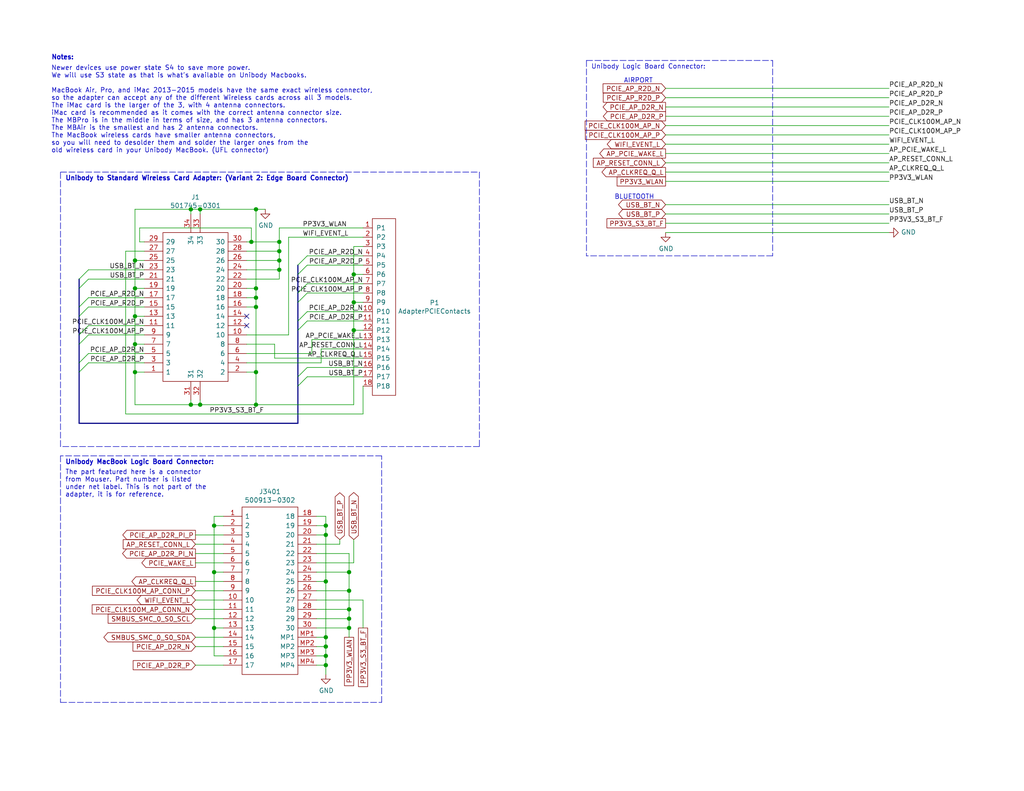
<source format=kicad_sch>
(kicad_sch (version 20210126) (generator eeschema)
  (paper "USLetter")
  (title_block (title "Unibody MacBook Pro Wireless Upgrade - Schematic") (date "2021-02-05") (rev "Pre-0.1") (company "Designed by Krutav Shah") (comment 1 "Contact me via GitHub or through various internet forums") (comment 2 "https://github.com/KrutavShah/MBP-Wireless-Upgrade") (comment 3 "Open-Source community project") (comment 4 "Work in progress"))
  (lib_symbols
    (symbol "MBPWirelessParts:AdapterPCIEContacts" (pin_names (offset 1.016))
      (property "Reference" "P" (at 0 26.67 0))
      (property "Value" "AdapterPCIEContacts" (at 0 29.21 0))
      (symbol "AdapterPCIEContacts_0_1"
        (rectangle (start -1.27 22.86) (end 5.08 -25.4))
      )
      (symbol "AdapterPCIEContacts_1_1"
        (pin power_in line (at -3.81 20.32 0) (length 2.54) (name "P1") (number "1"))
        (pin output line (at -3.81 -2.54 0) (length 2.54) (name "P10") (number "10"))
        (pin output line (at -3.81 -5.08 0) (length 2.54) (name "P11") (number "11"))
        (pin power_in line (at -3.81 -7.62 0) (length 2.54) (name "P12") (number "12"))
        (pin output line (at -3.81 -10.16 0) (length 2.54) (name "P13") (number "13"))
        (pin input line (at -3.81 -12.7 0) (length 2.54) (name "P14") (number "14"))
        (pin output line (at -3.81 -15.24 0) (length 2.54) (name "P15") (number "15"))
        (pin bidirectional line (at -3.81 -17.78 0) (length 2.54) (name "P16") (number "16"))
        (pin bidirectional line (at -3.81 -20.32 0) (length 2.54) (name "P17") (number "17"))
        (pin power_in line (at -3.81 -22.86 0) (length 2.54) (name "P18") (number "18"))
        (pin output line (at -3.81 17.78 0) (length 2.54) (name "P2") (number "2"))
        (pin power_in line (at -3.81 15.24 0) (length 2.54) (name "P3") (number "3"))
        (pin input line (at -3.81 12.7 0) (length 2.54) (name "P4") (number "4"))
        (pin input line (at -3.81 10.16 0) (length 2.54) (name "P5") (number "5"))
        (pin power_in line (at -3.81 7.62 0) (length 2.54) (name "P6") (number "6"))
        (pin input line (at -3.81 5.08 0) (length 2.54) (name "P7") (number "7"))
        (pin input line (at -3.81 2.54 0) (length 2.54) (name "P8") (number "8"))
        (pin power_in line (at -3.81 0 0) (length 2.54) (name "P9") (number "9"))
      )
    )
    (symbol "SamacSys_Parts:500913-0302" (pin_names (offset 0.762))
      (property "Reference" "J" (at 21.59 7.62 0))
      (property "Value" "500913-0302" (at 21.59 5.08 0))
      (symbol "500913-0302_0_0"
        (pin passive line (at 0 0 0) (length 5.08) (name "1") (number "1"))
        (pin passive line (at 0 -22.86 0) (length 5.08) (name "10") (number "10"))
        (pin passive line (at 0 -25.4 0) (length 5.08) (name "11") (number "11"))
        (pin passive line (at 0 -27.94 0) (length 5.08) (name "12") (number "12"))
        (pin passive line (at 0 -30.48 0) (length 5.08) (name "13") (number "13"))
        (pin passive line (at 0 -33.02 0) (length 5.08) (name "14") (number "14"))
        (pin passive line (at 0 -35.56 0) (length 5.08) (name "15") (number "15"))
        (pin passive line (at 0 -38.1 0) (length 5.08) (name "16") (number "16"))
        (pin passive line (at 0 -40.64 0) (length 5.08) (name "17") (number "17"))
        (pin passive line (at 25.4 0 180) (length 5.08) (name "18") (number "18"))
        (pin passive line (at 25.4 -2.54 180) (length 5.08) (name "19") (number "19"))
        (pin passive line (at 0 -2.54 0) (length 5.08) (name "2") (number "2"))
        (pin passive line (at 25.4 -5.08 180) (length 5.08) (name "20") (number "20"))
        (pin passive line (at 25.4 -7.62 180) (length 5.08) (name "21") (number "21"))
        (pin passive line (at 25.4 -10.16 180) (length 5.08) (name "22") (number "22"))
        (pin passive line (at 25.4 -12.7 180) (length 5.08) (name "23") (number "23"))
        (pin passive line (at 25.4 -15.24 180) (length 5.08) (name "24") (number "24"))
        (pin passive line (at 25.4 -17.78 180) (length 5.08) (name "25") (number "25"))
        (pin passive line (at 25.4 -20.32 180) (length 5.08) (name "26") (number "26"))
        (pin passive line (at 25.4 -22.86 180) (length 5.08) (name "27") (number "27"))
        (pin passive line (at 25.4 -25.4 180) (length 5.08) (name "28") (number "28"))
        (pin passive line (at 25.4 -27.94 180) (length 5.08) (name "29") (number "29"))
        (pin passive line (at 0 -5.08 0) (length 5.08) (name "3") (number "3"))
        (pin passive line (at 25.4 -30.48 180) (length 5.08) (name "30") (number "30"))
        (pin passive line (at 0 -7.62 0) (length 5.08) (name "4") (number "4"))
        (pin passive line (at 0 -10.16 0) (length 5.08) (name "5") (number "5"))
        (pin passive line (at 0 -12.7 0) (length 5.08) (name "6") (number "6"))
        (pin passive line (at 0 -15.24 0) (length 5.08) (name "7") (number "7"))
        (pin passive line (at 0 -17.78 0) (length 5.08) (name "8") (number "8"))
        (pin passive line (at 0 -20.32 0) (length 5.08) (name "9") (number "9"))
        (pin passive line (at 25.4 -33.02 180) (length 5.08) (name "MP1") (number "MP1"))
        (pin passive line (at 25.4 -35.56 180) (length 5.08) (name "MP2") (number "MP2"))
        (pin passive line (at 25.4 -38.1 180) (length 5.08) (name "MP3") (number "MP3"))
        (pin passive line (at 25.4 -40.64 180) (length 5.08) (name "MP4") (number "MP4"))
      )
      (symbol "500913-0302_0_1"
        (polyline (pts (xy 5.08 2.54) (xy 20.32 2.54) (xy 20.32 -43.18) (xy 5.08 -43.18) (xy 5.08 2.54)) (stroke (width 0.1524)))
      )
    )
    (symbol "SamacSys_Parts:501745-0301" (pin_names (offset 0.762))
      (property "Reference" "J" (at 46.99 12.7 0))
      (property "Value" "501745-0301" (at 46.99 10.16 0))
      (symbol "501745-0301_0_0"
        (pin passive line (at 7.62 -15.24 90) (length 5.08) (name "1") (number "1"))
        (pin passive line (at 17.78 12.7 270) (length 5.08) (name "10") (number "10"))
        (pin passive line (at 20.32 -15.24 90) (length 5.08) (name "11") (number "11"))
        (pin passive line (at 20.32 12.7 270) (length 5.08) (name "12") (number "12"))
        (pin passive line (at 22.86 -15.24 90) (length 5.08) (name "13") (number "13"))
        (pin passive line (at 22.86 12.7 270) (length 5.08) (name "14") (number "14"))
        (pin passive line (at 25.4 -15.24 90) (length 5.08) (name "15") (number "15"))
        (pin passive line (at 25.4 12.7 270) (length 5.08) (name "16") (number "16"))
        (pin passive line (at 27.94 -15.24 90) (length 5.08) (name "17") (number "17"))
        (pin passive line (at 27.94 12.7 270) (length 5.08) (name "18") (number "18"))
        (pin passive line (at 30.48 -15.24 90) (length 5.08) (name "19") (number "19"))
        (pin passive line (at 7.62 12.7 270) (length 5.08) (name "2") (number "2"))
        (pin passive line (at 30.48 12.7 270) (length 5.08) (name "20") (number "20"))
        (pin passive line (at 33.02 -15.24 90) (length 5.08) (name "21") (number "21"))
        (pin passive line (at 33.02 12.7 270) (length 5.08) (name "22") (number "22"))
        (pin passive line (at 35.56 -15.24 90) (length 5.08) (name "23") (number "23"))
        (pin passive line (at 35.56 12.7 270) (length 5.08) (name "24") (number "24"))
        (pin passive line (at 38.1 -15.24 90) (length 5.08) (name "25") (number "25"))
        (pin passive line (at 38.1 12.7 270) (length 5.08) (name "26") (number "26"))
        (pin passive line (at 40.64 -15.24 90) (length 5.08) (name "27") (number "27"))
        (pin passive line (at 40.64 12.7 270) (length 5.08) (name "28") (number "28"))
        (pin passive line (at 43.18 -15.24 90) (length 5.08) (name "29") (number "29"))
        (pin passive line (at 10.16 -15.24 90) (length 5.08) (name "3") (number "3"))
        (pin passive line (at 43.18 12.7 270) (length 5.08) (name "30") (number "30"))
        (pin passive line (at 0 -2.54 0) (length 5.08) (name "31") (number "31"))
        (pin passive line (at 0 0 0) (length 5.08) (name "32") (number "32"))
        (pin passive line (at 50.8 0 180) (length 5.08) (name "33") (number "33"))
        (pin passive line (at 50.8 -2.54 180) (length 5.08) (name "34") (number "34"))
        (pin passive line (at 10.16 12.7 270) (length 5.08) (name "4") (number "4"))
        (pin passive line (at 12.7 -15.24 90) (length 5.08) (name "5") (number "5"))
        (pin passive line (at 12.7 12.7 270) (length 5.08) (name "6") (number "6"))
        (pin passive line (at 15.24 -15.24 90) (length 5.08) (name "7") (number "7"))
        (pin passive line (at 15.24 12.7 270) (length 5.08) (name "8") (number "8"))
        (pin passive line (at 17.78 -15.24 90) (length 5.08) (name "9") (number "9"))
      )
      (symbol "501745-0301_0_1"
        (polyline (pts (xy 5.08 7.62) (xy 45.72 7.62) (xy 45.72 -10.16) (xy 5.08 -10.16) (xy 5.08 7.62)) (stroke (width 0.1524)))
      )
    )
    (symbol "power:GND" (power) (pin_names (offset 0))
      (property "Value" "GND" (at 0 -3.81 0))
      (symbol "GND_0_1"
        (polyline (pts (xy 0 0) (xy 0 -1.27) (xy 1.27 -1.27) (xy 0 -2.54) (xy -1.27 -1.27) (xy 0 -1.27)))
      )
      (symbol "GND_1_1"
        (pin power_in line (at 0 0 270) (length 0) hide (name "GND") (number "1"))
      )
    )
  )
  (junction (at 36.83 71.12) (diameter 1.016))
  (junction (at 36.83 78.74) (diameter 1.016))
  (junction (at 36.83 86.36) (diameter 1.016))
  (junction (at 36.83 93.98) (diameter 1.016))
  (junction (at 36.83 101.6) (diameter 1.016))
  (junction (at 52.07 57.15) (diameter 1.016))
  (junction (at 52.07 110.49) (diameter 1.016))
  (junction (at 54.61 57.15) (diameter 1.016))
  (junction (at 54.61 110.49) (diameter 1.016))
  (junction (at 58.42 143.51) (diameter 1.016))
  (junction (at 58.42 156.21) (diameter 1.016))
  (junction (at 58.42 171.45) (diameter 1.016))
  (junction (at 68.58 66.04) (diameter 1.016))
  (junction (at 69.85 57.15) (diameter 1.016))
  (junction (at 69.85 78.74) (diameter 1.016))
  (junction (at 69.85 81.28) (diameter 1.016))
  (junction (at 69.85 83.82) (diameter 1.016))
  (junction (at 69.85 101.6) (diameter 1.016))
  (junction (at 69.85 110.49) (diameter 1.016))
  (junction (at 76.2 66.04) (diameter 1.016))
  (junction (at 76.2 68.58) (diameter 1.016))
  (junction (at 76.2 71.12) (diameter 1.016))
  (junction (at 76.2 73.66) (diameter 1.016))
  (junction (at 88.9 143.51) (diameter 1.016))
  (junction (at 88.9 146.05) (diameter 1.016))
  (junction (at 88.9 158.75) (diameter 1.016))
  (junction (at 88.9 173.99) (diameter 1.016))
  (junction (at 88.9 176.53) (diameter 1.016))
  (junction (at 88.9 179.07) (diameter 1.016))
  (junction (at 88.9 181.61) (diameter 1.016))
  (junction (at 95.25 156.21) (diameter 1.016))
  (junction (at 95.25 161.29) (diameter 1.016))
  (junction (at 95.25 166.37) (diameter 1.016))
  (junction (at 95.25 168.91) (diameter 1.016))
  (junction (at 95.25 171.45) (diameter 1.016))
  (junction (at 96.52 74.93) (diameter 1.016))
  (junction (at 96.52 82.55) (diameter 1.016))
  (junction (at 96.52 90.17) (diameter 1.016))
  (no_connect (at 67.31 86.36))
  (no_connect (at 67.31 88.9))
  (bus_entry (at 21.59 76.2) (size 2.54 -2.54) (stroke (width 0.1524)))
  (bus_entry (at 21.59 83.82) (size 2.54 -2.54) (stroke (width 0.1524)))
  (bus_entry (at 21.59 91.44) (size 2.54 -2.54) (stroke (width 0.1524)))
  (bus_entry (at 21.59 99.06) (size 2.54 -2.54) (stroke (width 0.1524)))
  (bus_entry (at 24.13 76.2) (size -2.54 2.54) (stroke (width 0.1524)))
  (bus_entry (at 24.13 83.82) (size -2.54 2.54) (stroke (width 0.1524)))
  (bus_entry (at 24.13 91.44) (size -2.54 2.54) (stroke (width 0.1524)))
  (bus_entry (at 24.13 99.06) (size -2.54 2.54) (stroke (width 0.1524)))
  (bus_entry (at 81.28 72.39) (size 2.54 -2.54) (stroke (width 0.1524)))
  (bus_entry (at 81.28 80.01) (size 2.54 -2.54) (stroke (width 0.1524)))
  (bus_entry (at 81.28 87.63) (size 2.54 -2.54) (stroke (width 0.1524)))
  (bus_entry (at 81.28 102.87) (size 2.54 -2.54) (stroke (width 0.1524)))
  (bus_entry (at 83.82 72.39) (size -2.54 2.54) (stroke (width 0.1524)))
  (bus_entry (at 83.82 80.01) (size -2.54 2.54) (stroke (width 0.1524)))
  (bus_entry (at 83.82 87.63) (size -2.54 2.54) (stroke (width 0.1524)))
  (bus_entry (at 83.82 102.87) (size -2.54 2.54) (stroke (width 0.1524)))
  (wire (pts (xy 24.13 73.66) (xy 39.37 73.66)))
  (wire (pts (xy 24.13 76.2) (xy 39.37 76.2)))
  (wire (pts (xy 24.13 81.28) (xy 39.37 81.28)))
  (wire (pts (xy 24.13 83.82) (xy 39.37 83.82)))
  (wire (pts (xy 24.13 88.9) (xy 39.37 88.9)))
  (wire (pts (xy 24.13 91.44) (xy 39.37 91.44)))
  (wire (pts (xy 24.13 96.52) (xy 39.37 96.52)))
  (wire (pts (xy 24.13 99.06) (xy 39.37 99.06)))
  (wire (pts (xy 34.29 68.58) (xy 34.29 113.03)))
  (wire (pts (xy 34.29 113.03) (xy 99.06 113.03)))
  (wire (pts (xy 36.83 57.15) (xy 52.07 57.15)))
  (wire (pts (xy 36.83 71.12) (xy 36.83 57.15)))
  (wire (pts (xy 36.83 71.12) (xy 36.83 78.74)))
  (wire (pts (xy 36.83 78.74) (xy 36.83 86.36)))
  (wire (pts (xy 36.83 86.36) (xy 36.83 93.98)))
  (wire (pts (xy 36.83 93.98) (xy 36.83 101.6)))
  (wire (pts (xy 36.83 101.6) (xy 36.83 110.49)))
  (wire (pts (xy 36.83 110.49) (xy 52.07 110.49)))
  (wire (pts (xy 38.1 62.23) (xy 68.58 62.23)))
  (wire (pts (xy 38.1 66.04) (xy 38.1 62.23)))
  (wire (pts (xy 39.37 66.04) (xy 38.1 66.04)))
  (wire (pts (xy 39.37 68.58) (xy 34.29 68.58)))
  (wire (pts (xy 39.37 71.12) (xy 36.83 71.12)))
  (wire (pts (xy 39.37 78.74) (xy 36.83 78.74)))
  (wire (pts (xy 39.37 86.36) (xy 36.83 86.36)))
  (wire (pts (xy 39.37 93.98) (xy 36.83 93.98)))
  (wire (pts (xy 39.37 101.6) (xy 36.83 101.6)))
  (wire (pts (xy 52.07 57.15) (xy 54.61 57.15)))
  (wire (pts (xy 52.07 58.42) (xy 52.07 57.15)))
  (wire (pts (xy 52.07 109.22) (xy 52.07 110.49)))
  (wire (pts (xy 52.07 110.49) (xy 54.61 110.49)))
  (wire (pts (xy 54.61 57.15) (xy 54.61 58.42)))
  (wire (pts (xy 54.61 110.49) (xy 54.61 109.22)))
  (wire (pts (xy 58.42 140.97) (xy 58.42 143.51)))
  (wire (pts (xy 58.42 143.51) (xy 58.42 156.21)))
  (wire (pts (xy 58.42 156.21) (xy 60.96 156.21)))
  (wire (pts (xy 58.42 171.45) (xy 58.42 156.21)))
  (wire (pts (xy 58.42 179.07) (xy 58.42 171.45)))
  (wire (pts (xy 60.96 140.97) (xy 58.42 140.97)))
  (wire (pts (xy 60.96 143.51) (xy 58.42 143.51)))
  (wire (pts (xy 60.96 146.05) (xy 53.34 146.05)))
  (wire (pts (xy 60.96 148.59) (xy 53.34 148.59)))
  (wire (pts (xy 60.96 151.13) (xy 53.34 151.13)))
  (wire (pts (xy 60.96 153.67) (xy 53.34 153.67)))
  (wire (pts (xy 60.96 158.75) (xy 53.34 158.75)))
  (wire (pts (xy 60.96 161.29) (xy 53.34 161.29)))
  (wire (pts (xy 60.96 163.83) (xy 53.34 163.83)))
  (wire (pts (xy 60.96 166.37) (xy 53.34 166.37)))
  (wire (pts (xy 60.96 168.91) (xy 53.34 168.91)))
  (wire (pts (xy 60.96 171.45) (xy 58.42 171.45)))
  (wire (pts (xy 60.96 173.99) (xy 53.34 173.99)))
  (wire (pts (xy 60.96 176.53) (xy 53.34 176.53)))
  (wire (pts (xy 60.96 179.07) (xy 58.42 179.07)))
  (wire (pts (xy 60.96 181.61) (xy 53.34 181.61)))
  (wire (pts (xy 67.31 66.04) (xy 68.58 66.04)))
  (wire (pts (xy 67.31 68.58) (xy 76.2 68.58)))
  (wire (pts (xy 67.31 71.12) (xy 76.2 71.12)))
  (wire (pts (xy 67.31 73.66) (xy 76.2 73.66)))
  (wire (pts (xy 67.31 76.2) (xy 76.2 76.2)))
  (wire (pts (xy 67.31 78.74) (xy 69.85 78.74)))
  (wire (pts (xy 67.31 81.28) (xy 69.85 81.28)))
  (wire (pts (xy 67.31 91.44) (xy 78.74 91.44)))
  (wire (pts (xy 67.31 93.98) (xy 74.93 93.98)))
  (wire (pts (xy 67.31 99.06) (xy 87.63 99.06)))
  (wire (pts (xy 67.31 101.6) (xy 69.85 101.6)))
  (wire (pts (xy 68.58 62.23) (xy 68.58 66.04)))
  (wire (pts (xy 68.58 66.04) (xy 76.2 66.04)))
  (wire (pts (xy 69.85 57.15) (xy 54.61 57.15)))
  (wire (pts (xy 69.85 57.15) (xy 72.39 57.15)))
  (wire (pts (xy 69.85 78.74) (xy 69.85 57.15)))
  (wire (pts (xy 69.85 78.74) (xy 69.85 81.28)))
  (wire (pts (xy 69.85 81.28) (xy 69.85 83.82)))
  (wire (pts (xy 69.85 83.82) (xy 67.31 83.82)))
  (wire (pts (xy 69.85 101.6) (xy 69.85 83.82)))
  (wire (pts (xy 69.85 101.6) (xy 69.85 110.49)))
  (wire (pts (xy 69.85 110.49) (xy 54.61 110.49)))
  (wire (pts (xy 74.93 93.98) (xy 74.93 97.79)))
  (wire (pts (xy 74.93 97.79) (xy 99.06 97.79)))
  (wire (pts (xy 76.2 62.23) (xy 76.2 66.04)))
  (wire (pts (xy 76.2 68.58) (xy 76.2 66.04)))
  (wire (pts (xy 76.2 71.12) (xy 76.2 68.58)))
  (wire (pts (xy 76.2 71.12) (xy 76.2 73.66)))
  (wire (pts (xy 76.2 76.2) (xy 76.2 73.66)))
  (wire (pts (xy 78.74 64.77) (xy 99.06 64.77)))
  (wire (pts (xy 78.74 91.44) (xy 78.74 64.77)))
  (wire (pts (xy 83.82 69.85) (xy 99.06 69.85)))
  (wire (pts (xy 83.82 72.39) (xy 99.06 72.39)))
  (wire (pts (xy 83.82 77.47) (xy 99.06 77.47)))
  (wire (pts (xy 83.82 80.01) (xy 99.06 80.01)))
  (wire (pts (xy 83.82 85.09) (xy 99.06 85.09)))
  (wire (pts (xy 83.82 87.63) (xy 99.06 87.63)))
  (wire (pts (xy 83.82 100.33) (xy 99.06 100.33)))
  (wire (pts (xy 83.82 102.87) (xy 99.06 102.87)))
  (wire (pts (xy 85.09 92.71) (xy 85.09 96.52)))
  (wire (pts (xy 85.09 92.71) (xy 99.06 92.71)))
  (wire (pts (xy 85.09 96.52) (xy 67.31 96.52)))
  (wire (pts (xy 86.36 140.97) (xy 88.9 140.97)))
  (wire (pts (xy 86.36 143.51) (xy 88.9 143.51)))
  (wire (pts (xy 86.36 146.05) (xy 88.9 146.05)))
  (wire (pts (xy 86.36 151.13) (xy 95.25 151.13)))
  (wire (pts (xy 86.36 153.67) (xy 96.52 153.67)))
  (wire (pts (xy 86.36 156.21) (xy 95.25 156.21)))
  (wire (pts (xy 86.36 158.75) (xy 88.9 158.75)))
  (wire (pts (xy 86.36 161.29) (xy 95.25 161.29)))
  (wire (pts (xy 86.36 163.83) (xy 99.06 163.83)))
  (wire (pts (xy 86.36 166.37) (xy 95.25 166.37)))
  (wire (pts (xy 86.36 168.91) (xy 95.25 168.91)))
  (wire (pts (xy 86.36 171.45) (xy 95.25 171.45)))
  (wire (pts (xy 86.36 176.53) (xy 88.9 176.53)))
  (wire (pts (xy 86.36 179.07) (xy 88.9 179.07)))
  (wire (pts (xy 86.36 181.61) (xy 88.9 181.61)))
  (wire (pts (xy 87.63 95.25) (xy 99.06 95.25)))
  (wire (pts (xy 87.63 99.06) (xy 87.63 95.25)))
  (wire (pts (xy 88.9 140.97) (xy 88.9 143.51)))
  (wire (pts (xy 88.9 143.51) (xy 88.9 146.05)))
  (wire (pts (xy 88.9 146.05) (xy 88.9 158.75)))
  (wire (pts (xy 88.9 158.75) (xy 88.9 173.99)))
  (wire (pts (xy 88.9 173.99) (xy 86.36 173.99)))
  (wire (pts (xy 88.9 176.53) (xy 88.9 173.99)))
  (wire (pts (xy 88.9 179.07) (xy 88.9 176.53)))
  (wire (pts (xy 88.9 181.61) (xy 88.9 179.07)))
  (wire (pts (xy 88.9 181.61) (xy 88.9 184.15)))
  (wire (pts (xy 92.71 147.32) (xy 92.71 148.59)))
  (wire (pts (xy 92.71 148.59) (xy 86.36 148.59)))
  (wire (pts (xy 95.25 156.21) (xy 95.25 151.13)))
  (wire (pts (xy 95.25 161.29) (xy 95.25 156.21)))
  (wire (pts (xy 95.25 161.29) (xy 95.25 166.37)))
  (wire (pts (xy 95.25 168.91) (xy 95.25 166.37)))
  (wire (pts (xy 95.25 171.45) (xy 95.25 168.91)))
  (wire (pts (xy 95.25 171.45) (xy 95.25 173.99)))
  (wire (pts (xy 96.52 67.31) (xy 96.52 74.93)))
  (wire (pts (xy 96.52 74.93) (xy 96.52 82.55)))
  (wire (pts (xy 96.52 74.93) (xy 99.06 74.93)))
  (wire (pts (xy 96.52 82.55) (xy 96.52 90.17)))
  (wire (pts (xy 96.52 82.55) (xy 99.06 82.55)))
  (wire (pts (xy 96.52 90.17) (xy 96.52 110.49)))
  (wire (pts (xy 96.52 90.17) (xy 99.06 90.17)))
  (wire (pts (xy 96.52 110.49) (xy 69.85 110.49)))
  (wire (pts (xy 96.52 153.67) (xy 96.52 147.32)))
  (wire (pts (xy 99.06 62.23) (xy 76.2 62.23)))
  (wire (pts (xy 99.06 67.31) (xy 96.52 67.31)))
  (wire (pts (xy 99.06 113.03) (xy 99.06 105.41)))
  (wire (pts (xy 99.06 163.83) (xy 99.06 171.45)))
  (wire (pts (xy 181.61 24.13) (xy 242.57 24.13)))
  (wire (pts (xy 181.61 26.67) (xy 242.57 26.67)))
  (wire (pts (xy 181.61 29.21) (xy 242.57 29.21)))
  (wire (pts (xy 181.61 31.75) (xy 242.57 31.75)))
  (wire (pts (xy 181.61 34.29) (xy 242.57 34.29)))
  (wire (pts (xy 181.61 36.83) (xy 242.57 36.83)))
  (wire (pts (xy 181.61 39.37) (xy 242.57 39.37)))
  (wire (pts (xy 181.61 41.91) (xy 242.57 41.91)))
  (wire (pts (xy 181.61 44.45) (xy 242.57 44.45)))
  (wire (pts (xy 181.61 46.99) (xy 242.57 46.99)))
  (wire (pts (xy 181.61 49.53) (xy 242.57 49.53)))
  (wire (pts (xy 181.61 55.88) (xy 242.57 55.88)))
  (wire (pts (xy 181.61 58.42) (xy 242.57 58.42)))
  (wire (pts (xy 181.61 60.96) (xy 242.57 60.96)))
  (wire (pts (xy 181.61 63.5) (xy 242.57 63.5)))
  (bus (pts (xy 21.59 76.2) (xy 21.59 78.74)))
  (bus (pts (xy 21.59 78.74) (xy 21.59 83.82)))
  (bus (pts (xy 21.59 83.82) (xy 21.59 86.36)))
  (bus (pts (xy 21.59 86.36) (xy 21.59 91.44)))
  (bus (pts (xy 21.59 91.44) (xy 21.59 93.98)))
  (bus (pts (xy 21.59 93.98) (xy 21.59 99.06)))
  (bus (pts (xy 21.59 99.06) (xy 21.59 101.6)))
  (bus (pts (xy 21.59 101.6) (xy 21.59 115.57)))
  (bus (pts (xy 81.28 72.39) (xy 81.28 74.93)))
  (bus (pts (xy 81.28 74.93) (xy 81.28 80.01)))
  (bus (pts (xy 81.28 80.01) (xy 81.28 82.55)))
  (bus (pts (xy 81.28 82.55) (xy 81.28 87.63)))
  (bus (pts (xy 81.28 87.63) (xy 81.28 90.17)))
  (bus (pts (xy 81.28 90.17) (xy 81.28 102.87)))
  (bus (pts (xy 81.28 102.87) (xy 81.28 105.41)))
  (bus (pts (xy 81.28 105.41) (xy 81.28 115.57)))
  (bus (pts (xy 81.28 115.57) (xy 21.59 115.57)))
  (polyline (pts (xy 16.51 46.99) (xy 130.81 46.99)) (stroke (width 0) (type dash)))
  (polyline (pts (xy 16.51 121.92) (xy 16.51 46.99)) (stroke (width 0) (type dash)))
  (polyline (pts (xy 16.51 124.46) (xy 16.51 191.77)) (stroke (width 0) (type dash)))
  (polyline (pts (xy 16.51 191.77) (xy 104.14 191.77)) (stroke (width 0) (type dash)))
  (polyline (pts (xy 104.14 124.46) (xy 16.51 124.46)) (stroke (width 0) (type dash)))
  (polyline (pts (xy 104.14 191.77) (xy 104.14 124.46)) (stroke (width 0) (type dash)))
  (polyline (pts (xy 130.81 46.99) (xy 130.81 121.92)) (stroke (width 0) (type dash)))
  (polyline (pts (xy 130.81 121.92) (xy 16.51 121.92)) (stroke (width 0) (type dash)))
  (polyline (pts (xy 160.02 16.51) (xy 160.02 69.85)) (stroke (width 0) (type dash)))
  (polyline (pts (xy 160.02 16.51) (xy 210.82 16.51)) (stroke (width 0) (type dash)))
  (polyline (pts (xy 210.82 16.51) (xy 210.82 69.85)) (stroke (width 0) (type dash)))
  (polyline (pts (xy 210.82 69.85) (xy 160.02 69.85)) (stroke (width 0) (type dash)))
  (text "Notes:" (at 13.97 16.51 0) (effects (font (size 1.27 1.27) (thickness 0.254) bold) (justify left bottom)))
  (text "Newer devices use power state S4 to save more power. \nWe will use S3 state as that is what's available on Unibody Macbooks.\n\nMacBook Air, Pro, and iMac 2013-2015 models have the same exact wireless connector, \nso the adapter can accept any of the different Wireless cards across all 3 models.\nThe iMac card is the larger of the 3, with 4 antenna connectors.\niMac card is recommended as it comes with the correct antenna connector size.\nThe MBPro is in the middle in terms of size, and has 3 antenna connectors.\nThe MBAir is the smallest and has 2 antenna connectors.\nThe MacBook wireless cards have smaller antenna connectors,\nso you will need to desolder them and solder the larger ones from the\nold wireless card in your Unibody MacBook. (UFL connector)" (at 13.97 41.91 0) (effects (font (size 1.27 1.27)) (justify left bottom)))
  (text "Unibody to Standard Wireless Card Adapter: (Variant 2: Edge Board Connector)" (at 17.78 49.53 0) (effects (font (size 1.27 1.27) (thickness 0.254) bold) (justify left bottom)))
  (text "Unibody MacBook Logic Board Connector:" (at 17.78 127 0) (effects (font (size 1.27 1.27) (thickness 0.254) bold) (justify left bottom)))
  (text "The part featured here is a connector \nfrom Mouser. Part number is listed\nunder net label. This is not part of the \nadapter, it is for reference." (at 17.78 135.89 0) (effects (font (size 1.27 1.27)) (justify left bottom)))
  (text "Unibody Logic Board Connector:" (at 161.29 19.05 0) (effects (font (size 1.27 1.27)) (justify left bottom)))
  (text "BLUETOOTH" (at 167.64 54.61 0) (effects (font (size 1.27 1.27)) (justify left bottom)))
  (text "AIRPORT" (at 170.18 22.86 0) (effects (font (size 1.27 1.27)) (justify left bottom)))
  (label "USB_BT_N" (at 39.37 73.66 180))
  (label "USB_BT_P" (at 39.37 76.2 180))
  (label "PCIE_AP_R2D_N" (at 39.37 81.28 180))
  (label "PCIE_AP_R2D_P" (at 39.37 83.82 180))
  (label "PCIE_CLK100M_AP_N" (at 39.37 88.9 180))
  (label "PCIE_CLK100M_AP_P" (at 39.37 91.44 180))
  (label "PCIE_AP_D2R_N" (at 39.37 96.52 180))
  (label "PCIE_AP_D2R_P" (at 39.37 99.06 180))
  (label "PP3V3_S3_BT_F" (at 57.15 113.03 0))
  (label "PP3V3_WLAN" (at 82.55 62.23 0))
  (label "WIFI_EVENT_L" (at 82.55 64.77 0))
  (label "PCIE_AP_R2D_N" (at 99.06 69.85 180))
  (label "PCIE_AP_R2D_P" (at 99.06 72.39 180))
  (label "PCIE_CLK100M_AP_N" (at 99.06 77.47 180))
  (label "PCIE_CLK100M_AP_P" (at 99.06 80.01 180))
  (label "PCIE_AP_D2R_N" (at 99.06 85.09 180))
  (label "PCIE_AP_D2R_P" (at 99.06 87.63 180))
  (label "AP_PCIE_WAKE_L" (at 99.06 92.71 180))
  (label "AP_RESET_CONN_L" (at 99.06 95.25 180))
  (label "AP_CLKREQ_Q_L" (at 99.06 97.79 180))
  (label "USB_BT_N" (at 99.06 100.33 180))
  (label "USB_BT_P" (at 99.06 102.87 180))
  (label "PCIE_AP_R2D_N" (at 242.57 24.13 0))
  (label "PCIE_AP_R2D_P" (at 242.57 26.67 0))
  (label "PCIE_AP_D2R_N" (at 242.57 29.21 0))
  (label "PCIE_AP_D2R_P" (at 242.57 31.75 0))
  (label "PCIE_CLK100M_AP_N" (at 242.57 34.29 0))
  (label "PCIE_CLK100M_AP_P" (at 242.57 36.83 0))
  (label "WIFI_EVENT_L" (at 242.57 39.37 0))
  (label "AP_PCIE_WAKE_L" (at 242.57 41.91 0))
  (label "AP_RESET_CONN_L" (at 242.57 44.45 0))
  (label "AP_CLKREQ_Q_L" (at 242.57 46.99 0))
  (label "PP3V3_WLAN" (at 242.57 49.53 0))
  (label "USB_BT_N" (at 242.57 55.88 0))
  (label "USB_BT_P" (at 242.57 58.42 0))
  (label "PP3V3_S3_BT_F" (at 242.57 60.96 0))
  (global_label "PCIE_AP_D2R_PI_P" (shape output) (at 53.34 146.05 180) (property "Intersheet References" "${INTERSHEET_REFS}" (effects hide)))
  (global_label "AP_RESET_CONN_L" (shape input) (at 53.34 148.59 180) (property "Intersheet References" "${INTERSHEET_REFS}" (effects hide)))
  (global_label "PCIE_AP_D2R_PI_N" (shape output) (at 53.34 151.13 180) (property "Intersheet References" "${INTERSHEET_REFS}" (effects hide)))
  (global_label "PCIE_WAKE_L" (shape output) (at 53.34 153.67 180) (property "Intersheet References" "${INTERSHEET_REFS}" (effects hide)))
  (global_label "AP_CLKREQ_Q_L" (shape output) (at 53.34 158.75 180) (property "Intersheet References" "${INTERSHEET_REFS}" (effects hide)))
  (global_label "PCIE_CLK100M_AP_CONN_P" (shape input) (at 53.34 161.29 180) (property "Intersheet References" "${INTERSHEET_REFS}" (effects hide)))
  (global_label "WIFI_EVENT_L" (shape bidirectional) (at 53.34 163.83 180) (property "Intersheet References" "${INTERSHEET_REFS}" (effects hide)))
  (global_label "PCIE_CLK100M_AP_CONN_N" (shape input) (at 53.34 166.37 180) (property "Intersheet References" "${INTERSHEET_REFS}" (effects hide)))
  (global_label "SMBUS_SMC_0_S0_SCL" (shape input) (at 53.34 168.91 180) (property "Intersheet References" "${INTERSHEET_REFS}" (effects hide)))
  (global_label "SMBUS_SMC_0_S0_SDA" (shape bidirectional) (at 53.34 173.99 180) (property "Intersheet References" "${INTERSHEET_REFS}" (effects hide)))
  (global_label "PCIE_AP_D2R_N" (shape input) (at 53.34 176.53 180) (property "Intersheet References" "${INTERSHEET_REFS}" (effects hide)))
  (global_label "PCIE_AP_D2R_P" (shape input) (at 53.34 181.61 180) (property "Intersheet References" "${INTERSHEET_REFS}" (effects hide)))
  (global_label "USB_BT_P" (shape bidirectional) (at 92.71 147.32 90) (property "Intersheet References" "${INTERSHEET_REFS}" (effects hide)))
  (global_label "PP3V3_WLAN" (shape passive) (at 95.25 173.99 270) (property "Intersheet References" "${INTERSHEET_REFS}" (effects hide)))
  (global_label "USB_BT_N" (shape bidirectional) (at 96.52 147.32 90) (property "Intersheet References" "${INTERSHEET_REFS}" (effects hide)))
  (global_label "PP3V3_S3_BT_F" (shape passive) (at 99.06 171.45 270) (property "Intersheet References" "${INTERSHEET_REFS}" (effects hide)))
  (global_label "PCIE_AP_R2D_N" (shape input) (at 181.61 24.13 180) (property "Intersheet References" "${INTERSHEET_REFS}" (effects hide)))
  (global_label "PCIE_AP_R2D_P" (shape input) (at 181.61 26.67 180) (property "Intersheet References" "${INTERSHEET_REFS}" (effects hide)))
  (global_label "PCIE_AP_D2R_N" (shape output) (at 181.61 29.21 180) (property "Intersheet References" "${INTERSHEET_REFS}" (effects hide)))
  (global_label "PCIE_AP_D2R_P" (shape output) (at 181.61 31.75 180) (property "Intersheet References" "${INTERSHEET_REFS}" (effects hide)))
  (global_label "PCIE_CLK100M_AP_N" (shape input) (at 181.61 34.29 180) (property "Intersheet References" "${INTERSHEET_REFS}" (effects hide)))
  (global_label "PCIE_CLK100M_AP_P" (shape input) (at 181.61 36.83 180) (property "Intersheet References" "${INTERSHEET_REFS}" (effects hide)))
  (global_label "WIFI_EVENT_L" (shape bidirectional) (at 181.61 39.37 180) (property "Intersheet References" "${INTERSHEET_REFS}" (effects hide)))
  (global_label "AP_PCIE_WAKE_L" (shape output) (at 181.61 41.91 180) (property "Intersheet References" "${INTERSHEET_REFS}" (effects hide)))
  (global_label "AP_RESET_CONN_L" (shape input) (at 181.61 44.45 180) (property "Intersheet References" "${INTERSHEET_REFS}" (effects hide)))
  (global_label "AP_CLKREQ_Q_L" (shape output) (at 181.61 46.99 180) (property "Intersheet References" "${INTERSHEET_REFS}" (effects hide)))
  (global_label "PP3V3_WLAN" (shape passive) (at 181.61 49.53 180) (property "Intersheet References" "${INTERSHEET_REFS}" (effects hide)))
  (global_label "USB_BT_N" (shape bidirectional) (at 181.61 55.88 180) (property "Intersheet References" "${INTERSHEET_REFS}" (effects hide)))
  (global_label "USB_BT_P" (shape bidirectional) (at 181.61 58.42 180) (property "Intersheet References" "${INTERSHEET_REFS}" (effects hide)))
  (global_label "PP3V3_S3_BT_F" (shape passive) (at 181.61 60.96 180) (property "Intersheet References" "${INTERSHEET_REFS}" (effects hide)))
  (symbol (lib_id "power:GND") (at 72.39 57.15 0) (unit 1)
    (property "Reference" "#PWR?" (effects hide))
    (property "Value" "GND" (at 72.517 61.5442 0))
  )
  (symbol (lib_id "power:GND") (at 88.9 184.15 0) (unit 1)
    (property "Reference" "#PWR?" (effects hide))
    (property "Value" "GND" (at 89.027 188.5442 0))
  )
  (symbol (lib_id "power:GND") (at 181.61 63.5 0) (unit 1)
    (property "Reference" "#PWR?" (effects hide))
    (property "Value" "GND" (at 181.737 67.8942 0))
  )
  (symbol (lib_id "power:GND") (at 242.57 63.5 90) (unit 1)
    (property "Reference" "#PWR?" (effects hide))
    (property "Value" "GND" (at 245.8212 63.373 90) (effects (justify right)))
  )
  (symbol (lib_id "MBPWirelessParts:AdapterPCIEContacts") (at 102.87 82.55 0) (unit 1)
    (property "Reference" "P1" (at 118.5672 82.6516 0))
    (property "Value" "AdapterPCIEContacts" (at 118.5672 84.963 0))
  )
  (symbol (lib_id "SamacSys_Parts:500913-0302") (at 60.96 140.97 0) (unit 1)
    (property "Reference" "J3401" (at 73.66 134.239 0))
    (property "Value" "500913-0302" (at 73.66 136.5504 0))
    (property "Footprint" "5009130302" (effects hide))
    (property "Datasheet" "http://docs-emea.rs-online.com/webdocs/0f75/0900766b80f75290.pdf" (effects hide))
    (property "Description" "Molex SLIMSTACK Series 0.4mm 30 Way 2 Row Straight PCB Socket Surface Mount Board to Board" (effects hide))
    (property "Height" "2" (effects hide))
    (property "Manufacturer_Name" "Molex" (effects hide))
    (property "Manufacturer_Part_Number" "500913-0302" (effects hide))
    (property "Mouser Part Number" "538-500913-0302" (effects hide))
    (property "Mouser Price/Stock" "https://www.mouser.com/Search/Refine.aspx?Keyword=538-500913-0302" (effects hide))
  )
  (symbol (lib_id "SamacSys_Parts:501745-0301") (at 54.61 109.22 270) (mirror x) (unit 1)
    (property "Reference" "J1" (at 53.34 53.8226 90))
    (property "Value" "501745-0301" (at 53.34 56.134 90))
    (property "Footprint" "5017450301" (effects hide))
    (property "Datasheet" "https://componentsearchengine.com/Datasheets/1/501745-0301.pdf" (effects hide))
    (property "Description" "Board to Board & Mezzanine Connectors 0.4 BB PLUG ASSY H=2 EMBSTP PKG" (effects hide))
    (property "Height" "1.64" (effects hide))
    (property "Mouser Part Number" "538-501745-0301" (effects hide))
    (property "Mouser Price/Stock" "https://www.mouser.com/Search/Refine.aspx?Keyword=538-501745-0301" (effects hide))
    (property "Manufacturer_Name" "Molex" (effects hide))
    (property "Manufacturer_Part_Number" "501745-0301" (effects hide))
  )
)
</source>
